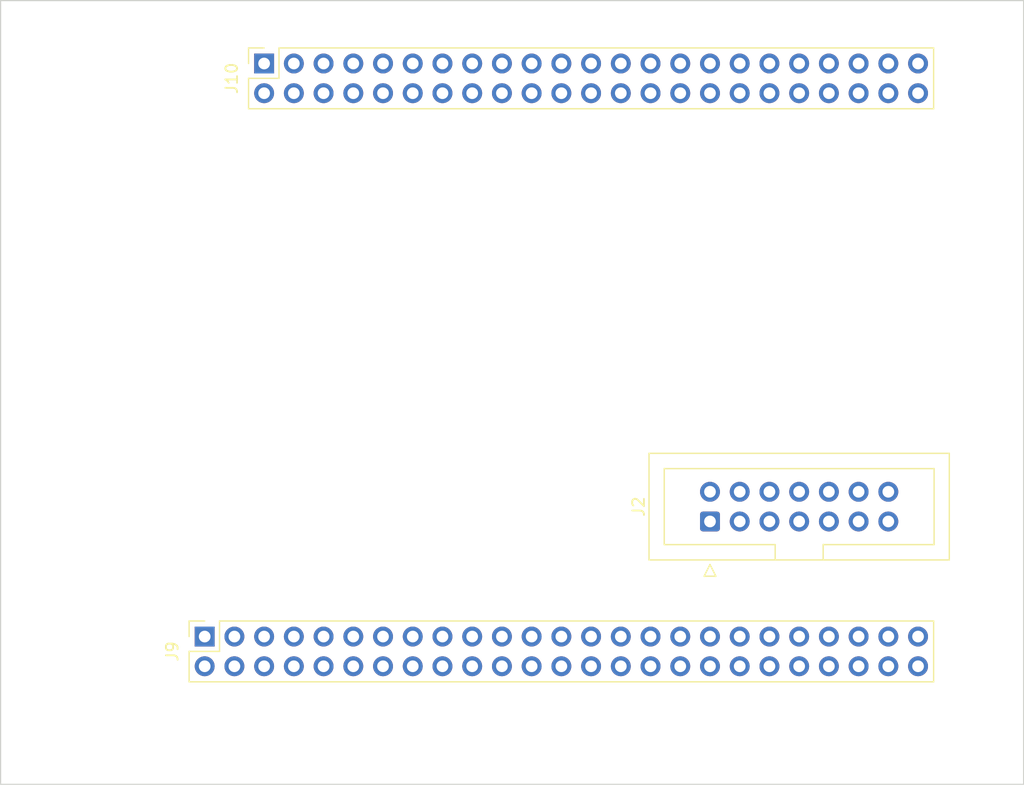
<source format=kicad_pcb>
(kicad_pcb (version 20240108) (generator "pcbnew") (generator_version "8.0")
  (layers (0 "F.Cu" signal) (31 "B.Cu" signal) (34 "B.Paste" user) (35 "F.Paste" user) (36 "B.SilkS" user "B.Silkscreen") (37 "F.SilkS" user "F.Silkscreen") (38 "B.Mask" user) (39 "F.Mask" user) (44 "Edge.Cuts" user))
  (net 0 "")
  (net 1 "BLb")
  (net 2 "Sw1b")
  (net 95 "Sw1")
  (net 96 "Sw2")
  (net 97 "1B")
  (net 99 "1A")
  (net 100 "BLa")
  (net 102 "2B")
  (net 103 "2A")
  (net 104 "TLa")
  (footprint "Connector_PinSocket_2.54mm:PinSocket_2x25_P2.54mm_Vertical" (layer "F.Cu") (at 220.98 144.46 90)
    (property "Reference" "J9" (at -1.27 -2.77 90) (layer "F.SilkS"))
    (property "Value" "BBAI_P9")
    (fp_line (start 1.33 -1.33) (end 1.33 0) (stroke (width 0.12)) (layer "F.SilkS"))
    (fp_line (start 0 -1.33) (end 1.33 -1.33) (stroke (width 0.12)) (layer "F.SilkS"))
    (fp_line (start -1.27 -1.33) (end -1.27 1.27) (stroke (width 0.12)) (layer "F.SilkS"))
    (fp_line (start -3.87 -1.33) (end -1.27 -1.33) (stroke (width 0.12)) (layer "F.SilkS"))
    (fp_line (start -3.87 -1.33) (end -3.87 62.29) (stroke (width 0.12)) (layer "F.SilkS"))
    (fp_line (start 1.33 1.27) (end 1.33 62.29) (stroke (width 0.12)) (layer "F.SilkS"))
    (fp_line (start -1.27 1.27) (end 1.33 1.27) (stroke (width 0.12)) (layer "F.SilkS"))
    (fp_line (start -3.87 62.29) (end 1.33 62.29) (stroke (width 0.12)) (layer "F.SilkS"))
    (pad "1" thru_hole rect (at 0 0 90) (size 1.7 1.7) (drill 1) (layers "*.Cu" "*.Mask"))
    (pad "2" thru_hole oval (at -2.54 0 90) (size 1.7 1.7) (drill 1) (layers "*.Cu" "*.Mask"))
    (pad "3" thru_hole oval (at 0 2.54 90) (size 1.7 1.7) (drill 1) (layers "*.Cu" "*.Mask"))
    (pad "4" thru_hole oval (at -2.54 2.54 90) (size 1.7 1.7) (drill 1) (layers "*.Cu" "*.Mask"))
    (pad "5" thru_hole oval (at 0 5.08 90) (size 1.7 1.7) (drill 1) (layers "*.Cu" "*.Mask"))
    (pad "6" thru_hole oval (at -2.54 5.08 90) (size 1.7 1.7) (drill 1) (layers "*.Cu" "*.Mask"))
    (pad "7" thru_hole oval (at 0 7.62 90) (size 1.7 1.7) (drill 1) (layers "*.Cu" "*.Mask"))
    (pad "8" thru_hole oval (at -2.54 7.62 90) (size 1.7 1.7) (drill 1) (layers "*.Cu" "*.Mask"))
    (pad "9" thru_hole oval (at 0 10.16 90) (size 1.7 1.7) (drill 1) (layers "*.Cu" "*.Mask"))
    (pad "10" thru_hole oval (at -2.54 10.16 90) (size 1.7 1.7) (drill 1) (layers "*.Cu" "*.Mask"))
    (pad "11" thru_hole oval (at 0 12.7 90) (size 1.7 1.7) (drill 1) (layers "*.Cu" "*.Mask"))
    (pad "12" thru_hole oval (at -2.54 12.7 90) (size 1.7 1.7) (drill 1) (layers "*.Cu" "*.Mask"))
    (pad "13" thru_hole oval (at 0 15.24 90) (size 1.7 1.7) (drill 1) (layers "*.Cu" "*.Mask"))
    (pad "14" thru_hole oval (at -2.54 15.24 90) (size 1.7 1.7) (drill 1) (layers "*.Cu" "*.Mask"))
    (pad "15" thru_hole oval (at 0 17.78 90) (size 1.7 1.7) (drill 1) (layers "*.Cu" "*.Mask"))
    (pad "16" thru_hole oval (at -2.54 17.78 90) (size 1.7 1.7) (drill 1) (layers "*.Cu" "*.Mask"))
    (pad "17" thru_hole oval (at 0 20.32 90) (size 1.7 1.7) (drill 1) (layers "*.Cu" "*.Mask"))
    (pad "18" thru_hole oval (at -2.54 20.32 90) (size 1.7 1.7) (drill 1) (layers "*.Cu" "*.Mask"))
    (pad "19" thru_hole oval (at 0 22.86 90) (size 1.7 1.7) (drill 1) (layers "*.Cu" "*.Mask"))
    (pad "20" thru_hole oval (at -2.54 22.86 90) (size 1.7 1.7) (drill 1) (layers "*.Cu" "*.Mask"))
    (pad "21" thru_hole oval (at 0 25.4 90) (size 1.7 1.7) (drill 1) (layers "*.Cu" "*.Mask"))
    (pad "22" thru_hole oval (at -2.54 25.4 90) (size 1.7 1.7) (drill 1) (layers "*.Cu" "*.Mask"))
    (pad "23" thru_hole oval (at 0 27.94 90) (size 1.7 1.7) (drill 1) (layers "*.Cu" "*.Mask"))
    (pad "24" thru_hole oval (at -2.54 27.94 90) (size 1.7 1.7) (drill 1) (layers "*.Cu" "*.Mask"))
    (pad "25" thru_hole oval (at 0 30.48 90) (size 1.7 1.7) (drill 1) (layers "*.Cu" "*.Mask"))
    (pad "26" thru_hole oval (at -2.54 30.48 90) (size 1.7 1.7) (drill 1) (layers "*.Cu" "*.Mask"))
    (pad "27" thru_hole oval (at 0 33.02 90) (size 1.7 1.7) (drill 1) (layers "*.Cu" "*.Mask"))
    (pad "28" thru_hole oval (at -2.54 33.02 90) (size 1.7 1.7) (drill 1) (layers "*.Cu" "*.Mask"))
    (pad "29" thru_hole oval (at 0 35.56 90) (size 1.7 1.7) (drill 1) (layers "*.Cu" "*.Mask"))
    (pad "30" thru_hole oval (at -2.54 35.56 90) (size 1.7 1.7) (drill 1) (layers "*.Cu" "*.Mask"))
    (pad "31" thru_hole oval (at 0 38.1 90) (size 1.7 1.7) (drill 1) (layers "*.Cu" "*.Mask"))
    (pad "32" thru_hole oval (at -2.54 38.1 90) (size 1.7 1.7) (drill 1) (layers "*.Cu" "*.Mask"))
    (pad "33" thru_hole oval (at 0 40.64 90) (size 1.7 1.7) (drill 1) (layers "*.Cu" "*.Mask"))
    (pad "34" thru_hole oval (at -2.54 40.64 90) (size 1.7 1.7) (drill 1) (layers "*.Cu" "*.Mask"))
    (pad "35" thru_hole oval (at 0 43.18 90) (size 1.7 1.7) (drill 1) (layers "*.Cu" "*.Mask"))
    (pad "36" thru_hole oval (at -2.54 43.18 90) (size 1.7 1.7) (drill 1) (layers "*.Cu" "*.Mask"))
    (pad "37" thru_hole oval (at 0 45.72 90) (size 1.7 1.7) (drill 1) (layers "*.Cu" "*.Mask"))
    (pad "38" thru_hole oval (at -2.54 45.72 90) (size 1.7 1.7) (drill 1) (layers "*.Cu" "*.Mask"))
    (pad "39" thru_hole oval (at 0 48.26 90) (size 1.7 1.7) (drill 1) (layers "*.Cu" "*.Mask"))
    (pad "40" thru_hole oval (at -2.54 48.26 90) (size 1.7 1.7) (drill 1) (layers "*.Cu" "*.Mask"))
    (pad "41" thru_hole oval (at 0 50.8 90) (size 1.7 1.7) (drill 1) (layers "*.Cu" "*.Mask"))
    (pad "42" thru_hole oval (at -2.54 50.8 90) (size 1.7 1.7) (drill 1) (layers "*.Cu" "*.Mask"))
    (pad "43" thru_hole oval (at 0 53.34 90) (size 1.7 1.7) (drill 1) (layers "*.Cu" "*.Mask"))
    (pad "44" thru_hole oval (at -2.54 53.34 90) (size 1.7 1.7) (drill 1) (layers "*.Cu" "*.Mask"))
    (pad "45" thru_hole oval (at 0 55.88 90) (size 1.7 1.7) (drill 1) (layers "*.Cu" "*.Mask"))
    (pad "46" thru_hole oval (at -2.54 55.88 90) (size 1.7 1.7) (drill 1) (layers "*.Cu" "*.Mask"))
    (pad "47" thru_hole oval (at 0 58.42 90) (size 1.7 1.7) (drill 1) (layers "*.Cu" "*.Mask"))
    (pad "48" thru_hole oval (at -2.54 58.42 90) (size 1.7 1.7) (drill 1) (layers "*.Cu" "*.Mask"))
    (pad "49" thru_hole oval (at 0 60.96 90) (size 1.7 1.7) (drill 1) (layers "*.Cu" "*.Mask"))
    (pad "50" thru_hole oval (at -2.54 60.96 90) (size 1.7 1.7) (drill 1) (layers "*.Cu" "*.Mask"))
  )
  (footprint "Connector_PinSocket_2.54mm:PinSocket_2x23_P2.54mm_Vertical" (layer "F.Cu") (at 226.06 95.46 90)
    (property "Reference" "J10" (at -1.27 -2.77 90) (layer "F.SilkS"))
    (property "Value" "BBAI_P8")
    (fp_line (start 1.33 -1.33) (end 1.33 0) (stroke (width 0.12)) (layer "F.SilkS"))
    (fp_line (start 0 -1.33) (end 1.33 -1.33) (stroke (width 0.12)) (layer "F.SilkS"))
    (fp_line (start -1.27 -1.33) (end -1.27 1.27) (stroke (width 0.12)) (layer "F.SilkS"))
    (fp_line (start -3.87 -1.33) (end -1.27 -1.33) (stroke (width 0.12)) (layer "F.SilkS"))
    (fp_line (start -3.87 -1.33) (end -3.87 57.21) (stroke (width 0.12)) (layer "F.SilkS"))
    (fp_line (start 1.33 1.27) (end 1.33 57.21) (stroke (width 0.12)) (layer "F.SilkS"))
    (fp_line (start -1.27 1.27) (end 1.33 1.27) (stroke (width 0.12)) (layer "F.SilkS"))
    (fp_line (start -3.87 57.21) (end 1.33 57.21) (stroke (width 0.12)) (layer "F.SilkS"))
    (pad "1" thru_hole rect (at 0 0 90) (size 1.7 1.7) (drill 1) (layers "*.Cu" "*.Mask"))
    (pad "2" thru_hole oval (at -2.54 0 90) (size 1.7 1.7) (drill 1) (layers "*.Cu" "*.Mask"))
    (pad "3" thru_hole oval (at 0 2.54 90) (size 1.7 1.7) (drill 1) (layers "*.Cu" "*.Mask"))
    (pad "4" thru_hole oval (at -2.54 2.54 90) (size 1.7 1.7) (drill 1) (layers "*.Cu" "*.Mask"))
    (pad "5" thru_hole oval (at 0 5.08 90) (size 1.7 1.7) (drill 1) (layers "*.Cu" "*.Mask"))
    (pad "6" thru_hole oval (at -2.54 5.08 90) (size 1.7 1.7) (drill 1) (layers "*.Cu" "*.Mask"))
    (pad "7" thru_hole oval (at 0 7.62 90) (size 1.7 1.7) (drill 1) (layers "*.Cu" "*.Mask"))
    (pad "8" thru_hole oval (at -2.54 7.62 90) (size 1.7 1.7) (drill 1) (layers "*.Cu" "*.Mask"))
    (pad "9" thru_hole oval (at 0 10.16 90) (size 1.7 1.7) (drill 1) (layers "*.Cu" "*.Mask"))
    (pad "10" thru_hole oval (at -2.54 10.16 90) (size 1.7 1.7) (drill 1) (layers "*.Cu" "*.Mask"))
    (pad "11" thru_hole oval (at 0 12.7 90) (size 1.7 1.7) (drill 1) (layers "*.Cu" "*.Mask"))
    (pad "12" thru_hole oval (at -2.54 12.7 90) (size 1.7 1.7) (drill 1) (layers "*.Cu" "*.Mask"))
    (pad "13" thru_hole oval (at 0 15.24 90) (size 1.7 1.7) (drill 1) (layers "*.Cu" "*.Mask"))
    (pad "14" thru_hole oval (at -2.54 15.24 90) (size 1.7 1.7) (drill 1) (layers "*.Cu" "*.Mask"))
    (pad "15" thru_hole oval (at 0 17.78 90) (size 1.7 1.7) (drill 1) (layers "*.Cu" "*.Mask"))
    (pad "16" thru_hole oval (at -2.54 17.78 90) (size 1.7 1.7) (drill 1) (layers "*.Cu" "*.Mask"))
    (pad "17" thru_hole oval (at 0 20.32 90) (size 1.7 1.7) (drill 1) (layers "*.Cu" "*.Mask"))
    (pad "18" thru_hole oval (at -2.54 20.32 90) (size 1.7 1.7) (drill 1) (layers "*.Cu" "*.Mask"))
    (pad "19" thru_hole oval (at 0 22.86 90) (size 1.7 1.7) (drill 1) (layers "*.Cu" "*.Mask"))
    (pad "20" thru_hole oval (at -2.54 22.86 90) (size 1.7 1.7) (drill 1) (layers "*.Cu" "*.Mask"))
    (pad "21" thru_hole oval (at 0 25.4 90) (size 1.7 1.7) (drill 1) (layers "*.Cu" "*.Mask"))
    (pad "22" thru_hole oval (at -2.54 25.4 90) (size 1.7 1.7) (drill 1) (layers "*.Cu" "*.Mask"))
    (pad "23" thru_hole oval (at 0 27.94 90) (size 1.7 1.7) (drill 1) (layers "*.Cu" "*.Mask"))
    (pad "24" thru_hole oval (at -2.54 27.94 90) (size 1.7 1.7) (drill 1) (layers "*.Cu" "*.Mask"))
    (pad "25" thru_hole oval (at 0 30.48 90) (size 1.7 1.7) (drill 1) (layers "*.Cu" "*.Mask"))
    (pad "26" thru_hole oval (at -2.54 30.48 90) (size 1.7 1.7) (drill 1) (layers "*.Cu" "*.Mask"))
    (pad "27" thru_hole oval (at 0 33.02 90) (size 1.7 1.7) (drill 1) (layers "*.Cu" "*.Mask"))
    (pad "28" thru_hole oval (at -2.54 33.02 90) (size 1.7 1.7) (drill 1) (layers "*.Cu" "*.Mask"))
    (pad "29" thru_hole oval (at 0 35.56 90) (size 1.7 1.7) (drill 1) (layers "*.Cu" "*.Mask"))
    (pad "30" thru_hole oval (at -2.54 35.56 90) (size 1.7 1.7) (drill 1) (layers "*.Cu" "*.Mask"))
    (pad "31" thru_hole oval (at 0 38.1 90) (size 1.7 1.7) (drill 1) (layers "*.Cu" "*.Mask"))
    (pad "32" thru_hole oval (at -2.54 38.1 90) (size 1.7 1.7) (drill 1) (layers "*.Cu" "*.Mask"))
    (pad "33" thru_hole oval (at 0 40.64 90) (size 1.7 1.7) (drill 1) (layers "*.Cu" "*.Mask"))
    (pad "34" thru_hole oval (at -2.54 40.64 90) (size 1.7 1.7) (drill 1) (layers "*.Cu" "*.Mask"))
    (pad "35" thru_hole oval (at 0 43.18 90) (size 1.7 1.7) (drill 1) (layers "*.Cu" "*.Mask"))
    (pad "36" thru_hole oval (at -2.54 43.18 90) (size 1.7 1.7) (drill 1) (layers "*.Cu" "*.Mask"))
    (pad "37" thru_hole oval (at 0 45.72 90) (size 1.7 1.7) (drill 1) (layers "*.Cu" "*.Mask"))
    (pad "38" thru_hole oval (at -2.54 45.72 90) (size 1.7 1.7) (drill 1) (layers "*.Cu" "*.Mask"))
    (pad "39" thru_hole oval (at 0 48.26 90) (size 1.7 1.7) (drill 1) (layers "*.Cu" "*.Mask"))
    (pad "40" thru_hole oval (at -2.54 48.26 90) (size 1.7 1.7) (drill 1) (layers "*.Cu" "*.Mask"))
    (pad "41" thru_hole oval (at 0 50.8 90) (size 1.7 1.7) (drill 1) (layers "*.Cu" "*.Mask"))
    (pad "42" thru_hole oval (at -2.54 50.8 90) (size 1.7 1.7) (drill 1) (layers "*.Cu" "*.Mask"))
    (pad "43" thru_hole oval (at 0 53.34 90) (size 1.7 1.7) (drill 1) (layers "*.Cu" "*.Mask"))
    (pad "44" thru_hole oval (at -2.54 53.34 90) (size 1.7 1.7) (drill 1) (layers "*.Cu" "*.Mask"))
    (pad "45" thru_hole oval (at 0 55.88 90) (size 1.7 1.7) (drill 1) (layers "*.Cu" "*.Mask"))
    (pad "46" thru_hole oval (at -2.54 55.88 90) (size 1.7 1.7) (drill 1) (layers "*.Cu" "*.Mask"))
  )
  (footprint "Connector_IDC:IDC-Header_2x07_P2.54mm_Vertical" (layer "F.Cu") (at 264.16 134.62 90)
    (property "Reference" "J2" (at 1.27 -6.1 90) (layer "F.SilkS"))
    (property "Value" "Conn_02x07_Odd_Even")
    (fp_line (start 5.83 -5.21) (end 5.83 20.45) (stroke (width 0.12)) (layer "F.SilkS"))
    (fp_line (start -3.29 -5.21) (end 5.83 -5.21) (stroke (width 0.12)) (layer "F.SilkS"))
    (fp_line (start 4.52 -3.91) (end 4.52 19.15) (stroke (width 0.12)) (layer "F.SilkS"))
    (fp_line (start -1.98 -3.91) (end 4.52 -3.91) (stroke (width 0.12)) (layer "F.SilkS"))
    (fp_line (start -4.68 -0.5) (end -4.68 0.5) (stroke (width 0.12)) (layer "F.SilkS"))
    (fp_line (start -3.68 0) (end -4.68 -0.5) (stroke (width 0.12)) (layer "F.SilkS"))
    (fp_line (start -4.68 0.5) (end -3.68 0) (stroke (width 0.12)) (layer "F.SilkS"))
    (fp_line (start -1.98 5.57) (end -1.98 -3.91) (stroke (width 0.12)) (layer "F.SilkS"))
    (fp_line (start -3.29 5.57) (end -1.98 5.57) (stroke (width 0.12)) (layer "F.SilkS"))
    (fp_line (start -1.98 9.67) (end -1.98 9.67) (stroke (width 0.12)) (layer "F.SilkS"))
    (fp_line (start -1.98 9.67) (end -3.29 9.67) (stroke (width 0.12)) (layer "F.SilkS"))
    (fp_line (start 4.52 19.15) (end -1.98 19.15) (stroke (width 0.12)) (layer "F.SilkS"))
    (fp_line (start -1.98 19.15) (end -1.98 9.67) (stroke (width 0.12)) (layer "F.SilkS"))
    (fp_line (start 5.83 20.45) (end -3.29 20.45) (stroke (width 0.12)) (layer "F.SilkS"))
    (fp_line (start -3.29 20.45) (end -3.29 -5.21) (stroke (width 0.12)) (layer "F.SilkS"))
    (pad "1" thru_hole roundrect (at 0 0 90) (size 1.7 1.7) (drill 1) (layers "*.Cu" "*.Mask") (roundrect_rratio 0.147059) (net 95 "Sw1"))
    (pad "2" thru_hole circle (at 2.54 0 90) (size 1.7 1.7) (drill 1) (layers "*.Cu" "*.Mask") (net 96 "Sw2"))
    (pad "3" thru_hole circle (at 0 2.54 90) (size 1.7 1.7) (drill 1) (layers "*.Cu" "*.Mask") (net 2 "Sw1b"))
    (pad "4" thru_hole circle (at 2.54 2.54 90) (size 1.7 1.7) (drill 1) (layers "*.Cu" "*.Mask") (net 2 "Sw1b"))
    (pad "5" thru_hole circle (at 0 5.08 90) (size 1.7 1.7) (drill 1) (layers "*.Cu" "*.Mask") (net 104 "TLa"))
    (pad "6" thru_hole circle (at 2.54 5.08 90) (size 1.7 1.7) (drill 1) (layers "*.Cu" "*.Mask") (net 97 "1B"))
    (pad "7" thru_hole circle (at 0 7.62 90) (size 1.7 1.7) (drill 1) (layers "*.Cu" "*.Mask") (net 1 "BLb"))
    (pad "8" thru_hole circle (at 2.54 7.62 90) (size 1.7 1.7) (drill 1) (layers "*.Cu" "*.Mask") (net 99 "1A"))
    (pad "9" thru_hole circle (at 0 10.16 90) (size 1.7 1.7) (drill 1) (layers "*.Cu" "*.Mask") (net 100 "BLa"))
    (pad "10" thru_hole circle (at 2.54 10.16 90) (size 1.7 1.7) (drill 1) (layers "*.Cu" "*.Mask") (net 103 "2A"))
    (pad "11" thru_hole circle (at 0 12.7 90) (size 1.7 1.7) (drill 1) (layers "*.Cu" "*.Mask") (net 1 "BLb"))
    (pad "12" thru_hole circle (at 2.54 12.7 90) (size 1.7 1.7) (drill 1) (layers "*.Cu" "*.Mask") (net 102 "2B"))
    (pad "13" thru_hole circle (at 0 15.24 90) (size 1.7 1.7) (drill 1) (layers "*.Cu" "*.Mask"))
    (pad "14" thru_hole circle (at 2.54 15.24 90) (size 1.7 1.7) (drill 1) (layers "*.Cu" "*.Mask"))
  )
  (gr_rect (start 203.54 90.08) (end 290.96 157.1) (stroke (width 0.1)) (fill none) (layer "Edge.Cuts"))
)
</source>
